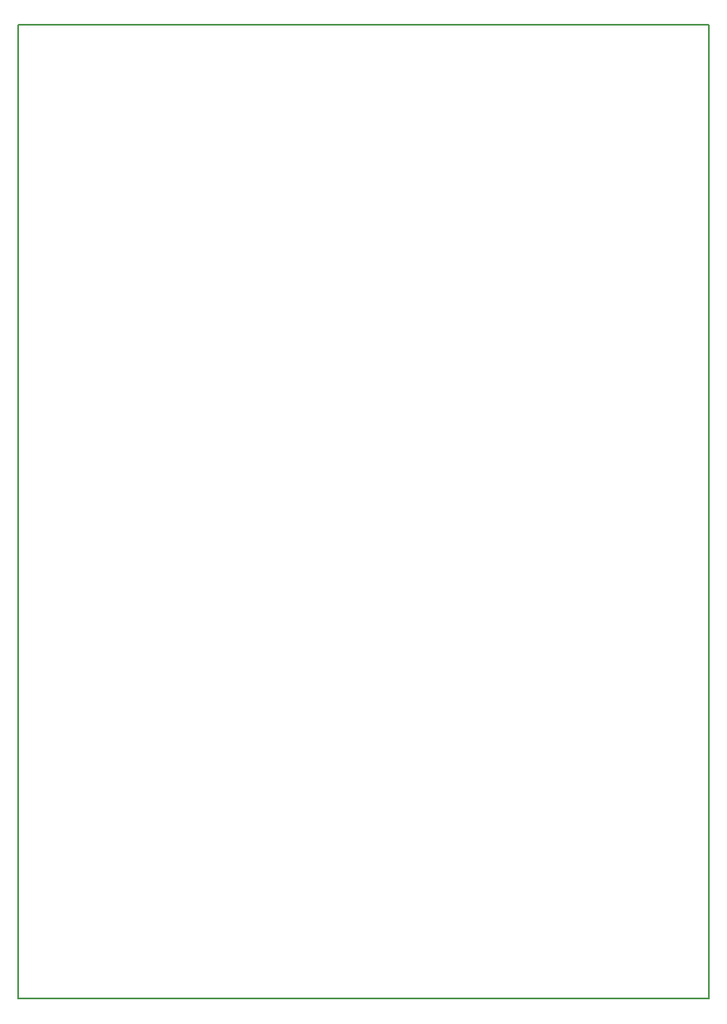
<source format=gbr>
%TF.GenerationSoftware,KiCad,Pcbnew,(6.0.6)*%
%TF.CreationDate,2022-11-26T14:51:24+01:00*%
%TF.ProjectId,wt,77742e6b-6963-4616-945f-706362585858,rev?*%
%TF.SameCoordinates,Original*%
%TF.FileFunction,Profile,NP*%
%FSLAX46Y46*%
G04 Gerber Fmt 4.6, Leading zero omitted, Abs format (unit mm)*
G04 Created by KiCad (PCBNEW (6.0.6)) date 2022-11-26 14:51:24*
%MOMM*%
%LPD*%
G01*
G04 APERTURE LIST*
%TA.AperFunction,Profile*%
%ADD10C,0.200000*%
%TD*%
G04 APERTURE END LIST*
D10*
X0Y105000000D02*
X70900000Y105000000D01*
X70900000Y105000000D02*
X70900000Y5000000D01*
X70900000Y5000000D02*
X0Y5000000D01*
X0Y5000000D02*
X0Y105000000D01*
M02*

</source>
